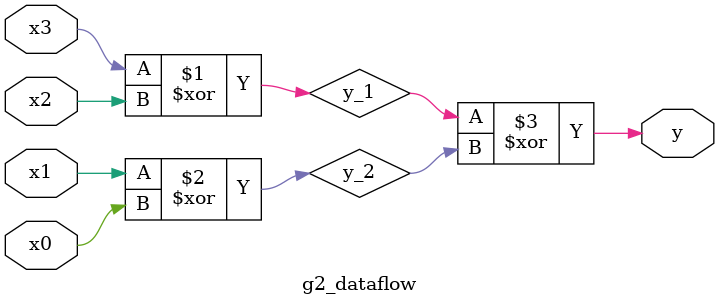
<source format=v>
`timescale 1ns / 1ps

module g2_dataflow(
    input x3,
    input x2,
    input x1,
    input x0,
    output y
    );
	 
	 
	assign y_1 = x3 ^ x2;
	assign y_2 = x1 ^ x0;
	assign y = y_1 ^ y_2;
	
	//or
	// y = (x3 ^ x2) ^ (x1 ^ x0)

endmodule

</source>
